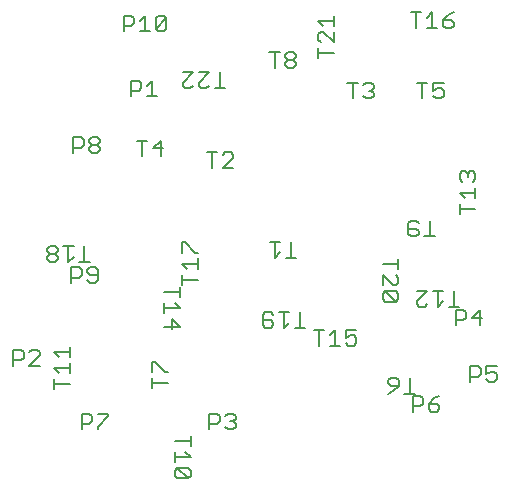
<source format=gto>
G75*
%MOIN*%
%OFA0B0*%
%FSLAX25Y25*%
%IPPOS*%
%LPD*%
%AMOC8*
5,1,8,0,0,1.08239X$1,22.5*
%
%ADD10C,0.00600*%
D10*
X0054107Y0042831D02*
X0054107Y0048063D01*
X0056723Y0048063D01*
X0057595Y0047191D01*
X0057595Y0045447D01*
X0056723Y0044575D01*
X0054107Y0044575D01*
X0059472Y0043703D02*
X0059472Y0042831D01*
X0059472Y0043703D02*
X0062960Y0047191D01*
X0062960Y0048063D01*
X0059472Y0048063D01*
X0050149Y0057918D02*
X0044918Y0057918D01*
X0044918Y0056174D02*
X0044918Y0059662D01*
X0046661Y0061539D02*
X0044918Y0063283D01*
X0050149Y0063283D01*
X0050149Y0061539D02*
X0050149Y0065027D01*
X0050149Y0066904D02*
X0050149Y0070392D01*
X0050149Y0068648D02*
X0044918Y0068648D01*
X0046661Y0066904D01*
X0040125Y0067579D02*
X0040125Y0068451D01*
X0039253Y0069323D01*
X0037510Y0069323D01*
X0036638Y0068451D01*
X0034760Y0068451D02*
X0034760Y0066707D01*
X0033888Y0065835D01*
X0031272Y0065835D01*
X0031272Y0064091D02*
X0031272Y0069323D01*
X0033888Y0069323D01*
X0034760Y0068451D01*
X0036638Y0064091D02*
X0040125Y0067579D01*
X0040125Y0064091D02*
X0036638Y0064091D01*
X0050682Y0091650D02*
X0050682Y0096882D01*
X0053298Y0096882D01*
X0054169Y0096010D01*
X0054169Y0094266D01*
X0053298Y0093394D01*
X0050682Y0093394D01*
X0049713Y0098658D02*
X0049713Y0103889D01*
X0051457Y0103889D02*
X0047969Y0103889D01*
X0046092Y0103017D02*
X0046092Y0102145D01*
X0045220Y0101273D01*
X0043476Y0101273D01*
X0042604Y0102145D01*
X0042604Y0103017D01*
X0043476Y0103889D01*
X0045220Y0103889D01*
X0046092Y0103017D01*
X0045220Y0101273D02*
X0046092Y0100401D01*
X0046092Y0099530D01*
X0045220Y0098658D01*
X0043476Y0098658D01*
X0042604Y0099530D01*
X0042604Y0100401D01*
X0043476Y0101273D01*
X0049713Y0098658D02*
X0051457Y0100401D01*
X0053335Y0098658D02*
X0056822Y0098658D01*
X0055078Y0098658D02*
X0055078Y0103889D01*
X0056919Y0096882D02*
X0056047Y0096010D01*
X0056047Y0095138D01*
X0056919Y0094266D01*
X0059535Y0094266D01*
X0059535Y0092522D02*
X0058663Y0091650D01*
X0056919Y0091650D01*
X0056047Y0092522D01*
X0059535Y0092522D02*
X0059535Y0096010D01*
X0058663Y0096882D01*
X0056919Y0096882D01*
X0081654Y0088661D02*
X0086886Y0088661D01*
X0086886Y0090405D02*
X0086886Y0086917D01*
X0085142Y0085040D02*
X0086886Y0083296D01*
X0081654Y0083296D01*
X0081654Y0085040D02*
X0081654Y0081552D01*
X0084270Y0079674D02*
X0084270Y0076187D01*
X0081654Y0077059D02*
X0086886Y0077059D01*
X0084270Y0079674D01*
X0087634Y0090926D02*
X0087634Y0094413D01*
X0087634Y0092670D02*
X0092865Y0092670D01*
X0092865Y0096291D02*
X0092865Y0099779D01*
X0092865Y0098035D02*
X0087634Y0098035D01*
X0089378Y0096291D01*
X0087634Y0101656D02*
X0087634Y0105144D01*
X0088506Y0105144D01*
X0091993Y0101656D01*
X0092865Y0101656D01*
X0116784Y0105267D02*
X0120272Y0105267D01*
X0118528Y0105267D02*
X0118528Y0100036D01*
X0120272Y0101779D01*
X0122150Y0100036D02*
X0125637Y0100036D01*
X0123893Y0100036D02*
X0123893Y0105267D01*
X0123386Y0081842D02*
X0119898Y0081842D01*
X0121642Y0081842D02*
X0121642Y0076610D01*
X0123386Y0078354D01*
X0125264Y0076610D02*
X0128751Y0076610D01*
X0127007Y0076610D02*
X0127007Y0081842D01*
X0131477Y0075862D02*
X0134965Y0075862D01*
X0133221Y0075862D02*
X0133221Y0070631D01*
X0136842Y0070631D02*
X0140330Y0070631D01*
X0138586Y0070631D02*
X0138586Y0075862D01*
X0136842Y0074118D01*
X0142208Y0073246D02*
X0143951Y0074118D01*
X0144823Y0074118D01*
X0145695Y0073246D01*
X0145695Y0071503D01*
X0144823Y0070631D01*
X0143079Y0070631D01*
X0142208Y0071503D01*
X0142208Y0073246D02*
X0142208Y0075862D01*
X0145695Y0075862D01*
X0155361Y0085411D02*
X0154489Y0086283D01*
X0154489Y0088027D01*
X0155361Y0088899D01*
X0158848Y0085411D01*
X0155361Y0085411D01*
X0158848Y0085411D02*
X0159720Y0086283D01*
X0159720Y0088027D01*
X0158848Y0088899D01*
X0155361Y0088899D01*
X0154489Y0090776D02*
X0154489Y0094264D01*
X0157976Y0090776D01*
X0158848Y0090776D01*
X0159720Y0091648D01*
X0159720Y0093392D01*
X0158848Y0094264D01*
X0159720Y0096142D02*
X0159720Y0099629D01*
X0159720Y0097885D02*
X0154489Y0097885D01*
X0163888Y0107122D02*
X0163017Y0107994D01*
X0163017Y0111482D01*
X0163888Y0112354D01*
X0165632Y0112354D01*
X0166504Y0111482D01*
X0165632Y0109738D02*
X0163017Y0109738D01*
X0165632Y0109738D02*
X0166504Y0108866D01*
X0166504Y0107994D01*
X0165632Y0107122D01*
X0163888Y0107122D01*
X0168382Y0107122D02*
X0171869Y0107122D01*
X0170126Y0107122D02*
X0170126Y0112354D01*
X0180154Y0114548D02*
X0180154Y0118036D01*
X0180154Y0116292D02*
X0185385Y0116292D01*
X0185385Y0119913D02*
X0185385Y0123401D01*
X0185385Y0121657D02*
X0180154Y0121657D01*
X0181898Y0119913D01*
X0181026Y0125278D02*
X0180154Y0126150D01*
X0180154Y0127894D01*
X0181026Y0128766D01*
X0181898Y0128766D01*
X0182769Y0127894D01*
X0183641Y0128766D01*
X0184513Y0128766D01*
X0185385Y0127894D01*
X0185385Y0126150D01*
X0184513Y0125278D01*
X0182769Y0127022D02*
X0182769Y0127894D01*
X0173899Y0153111D02*
X0172155Y0153111D01*
X0171283Y0153983D01*
X0171283Y0155727D02*
X0173027Y0156599D01*
X0173899Y0156599D01*
X0174771Y0155727D01*
X0174771Y0153983D01*
X0173899Y0153111D01*
X0171283Y0155727D02*
X0171283Y0158342D01*
X0174771Y0158342D01*
X0169406Y0158342D02*
X0165918Y0158342D01*
X0167662Y0158342D02*
X0167662Y0153111D01*
X0151542Y0153983D02*
X0150671Y0153111D01*
X0148927Y0153111D01*
X0148055Y0153983D01*
X0149799Y0155727D02*
X0150671Y0155727D01*
X0151542Y0154855D01*
X0151542Y0153983D01*
X0150671Y0155727D02*
X0151542Y0156599D01*
X0151542Y0157470D01*
X0150671Y0158342D01*
X0148927Y0158342D01*
X0148055Y0157470D01*
X0146177Y0158342D02*
X0142690Y0158342D01*
X0144434Y0158342D02*
X0144434Y0153111D01*
X0132910Y0166517D02*
X0132910Y0170004D01*
X0132910Y0168260D02*
X0138141Y0168260D01*
X0138141Y0171882D02*
X0134653Y0175369D01*
X0133782Y0175369D01*
X0132910Y0174497D01*
X0132910Y0172754D01*
X0133782Y0171882D01*
X0138141Y0171882D02*
X0138141Y0175369D01*
X0138141Y0177247D02*
X0138141Y0180734D01*
X0138141Y0178991D02*
X0132910Y0178991D01*
X0134653Y0177247D01*
X0125562Y0167707D02*
X0125562Y0166835D01*
X0124690Y0165963D01*
X0122947Y0165963D01*
X0122075Y0166835D01*
X0122075Y0167707D01*
X0122947Y0168578D01*
X0124690Y0168578D01*
X0125562Y0167707D01*
X0124690Y0165963D02*
X0125562Y0165091D01*
X0125562Y0164219D01*
X0124690Y0163347D01*
X0122947Y0163347D01*
X0122075Y0164219D01*
X0122075Y0165091D01*
X0122947Y0165963D01*
X0120197Y0168578D02*
X0116709Y0168578D01*
X0118453Y0168578D02*
X0118453Y0163347D01*
X0101991Y0156532D02*
X0098504Y0156532D01*
X0100248Y0156532D02*
X0100248Y0161763D01*
X0096626Y0161763D02*
X0093139Y0158276D01*
X0093139Y0157404D01*
X0094011Y0156532D01*
X0095754Y0156532D01*
X0096626Y0157404D01*
X0096626Y0161763D02*
X0093139Y0161763D01*
X0091261Y0161763D02*
X0087773Y0158276D01*
X0087773Y0157404D01*
X0088645Y0156532D01*
X0090389Y0156532D01*
X0091261Y0157404D01*
X0091261Y0161763D02*
X0087773Y0161763D01*
X0079389Y0153855D02*
X0075901Y0153855D01*
X0077645Y0153855D02*
X0077645Y0159086D01*
X0075901Y0157343D01*
X0074024Y0158214D02*
X0074024Y0156471D01*
X0073152Y0155599D01*
X0070536Y0155599D01*
X0070536Y0153855D02*
X0070536Y0159086D01*
X0073152Y0159086D01*
X0074024Y0158214D01*
X0073457Y0175509D02*
X0076944Y0175509D01*
X0075200Y0175509D02*
X0075200Y0180740D01*
X0073457Y0178996D01*
X0071579Y0178124D02*
X0070707Y0177252D01*
X0068091Y0177252D01*
X0068091Y0175509D02*
X0068091Y0180740D01*
X0070707Y0180740D01*
X0071579Y0179868D01*
X0071579Y0178124D01*
X0078822Y0176381D02*
X0079694Y0175509D01*
X0081437Y0175509D01*
X0082309Y0176381D01*
X0082309Y0179868D01*
X0078822Y0176381D01*
X0078822Y0179868D01*
X0079694Y0180740D01*
X0081437Y0180740D01*
X0082309Y0179868D01*
X0059336Y0140189D02*
X0060208Y0139317D01*
X0060208Y0138445D01*
X0059336Y0137573D01*
X0057592Y0137573D01*
X0056720Y0138445D01*
X0056720Y0139317D01*
X0057592Y0140189D01*
X0059336Y0140189D01*
X0059336Y0137573D02*
X0060208Y0136701D01*
X0060208Y0135829D01*
X0059336Y0134957D01*
X0057592Y0134957D01*
X0056720Y0135829D01*
X0056720Y0136701D01*
X0057592Y0137573D01*
X0054843Y0137573D02*
X0053971Y0136701D01*
X0051355Y0136701D01*
X0051355Y0134957D02*
X0051355Y0140189D01*
X0053971Y0140189D01*
X0054843Y0139317D01*
X0054843Y0137573D01*
X0072493Y0139051D02*
X0075980Y0139051D01*
X0074237Y0139051D02*
X0074237Y0133820D01*
X0077858Y0136435D02*
X0081346Y0136435D01*
X0080474Y0133820D02*
X0080474Y0139051D01*
X0077858Y0136435D01*
X0095839Y0135114D02*
X0099327Y0135114D01*
X0097583Y0135114D02*
X0097583Y0129883D01*
X0101205Y0129883D02*
X0104692Y0133370D01*
X0104692Y0134242D01*
X0103820Y0135114D01*
X0102076Y0135114D01*
X0101205Y0134242D01*
X0101205Y0129883D02*
X0104692Y0129883D01*
X0115405Y0081842D02*
X0114533Y0080970D01*
X0114533Y0077482D01*
X0115405Y0076610D01*
X0117149Y0076610D01*
X0118021Y0077482D01*
X0118021Y0078354D01*
X0117149Y0079226D01*
X0114533Y0079226D01*
X0115405Y0081842D02*
X0117149Y0081842D01*
X0118021Y0080970D01*
X0104608Y0048063D02*
X0102864Y0048063D01*
X0101992Y0047191D01*
X0100114Y0047191D02*
X0100114Y0045447D01*
X0099242Y0044575D01*
X0096627Y0044575D01*
X0096627Y0042831D02*
X0096627Y0048063D01*
X0099242Y0048063D01*
X0100114Y0047191D01*
X0103736Y0045447D02*
X0104608Y0045447D01*
X0105479Y0044575D01*
X0105479Y0043703D01*
X0104608Y0042831D01*
X0102864Y0042831D01*
X0101992Y0043703D01*
X0104608Y0045447D02*
X0105479Y0046319D01*
X0105479Y0047191D01*
X0104608Y0048063D01*
X0090429Y0040680D02*
X0090429Y0037193D01*
X0090429Y0038937D02*
X0085198Y0038937D01*
X0085198Y0035315D02*
X0085198Y0031828D01*
X0085198Y0033571D02*
X0090429Y0033571D01*
X0088685Y0035315D01*
X0089557Y0029950D02*
X0086070Y0029950D01*
X0089557Y0026462D01*
X0086070Y0026462D01*
X0085198Y0027334D01*
X0085198Y0029078D01*
X0086070Y0029950D01*
X0089557Y0029950D02*
X0090429Y0029078D01*
X0090429Y0027334D01*
X0089557Y0026462D01*
X0077595Y0056469D02*
X0077595Y0059957D01*
X0077595Y0058213D02*
X0082826Y0058213D01*
X0082826Y0061834D02*
X0081954Y0061834D01*
X0078467Y0065322D01*
X0077595Y0065322D01*
X0077595Y0061834D01*
X0156320Y0059119D02*
X0156320Y0058248D01*
X0157192Y0057376D01*
X0159807Y0057376D01*
X0159807Y0059119D01*
X0158935Y0059991D01*
X0157192Y0059991D01*
X0156320Y0059119D01*
X0158063Y0055632D02*
X0156320Y0054760D01*
X0158063Y0055632D02*
X0159807Y0057376D01*
X0161685Y0054760D02*
X0165172Y0054760D01*
X0164465Y0053968D02*
X0167081Y0053968D01*
X0167953Y0053096D01*
X0167953Y0051353D01*
X0167081Y0050481D01*
X0164465Y0050481D01*
X0164465Y0048737D02*
X0164465Y0053968D01*
X0163429Y0054760D02*
X0163429Y0059991D01*
X0171574Y0053096D02*
X0169831Y0051353D01*
X0172446Y0051353D01*
X0173318Y0050481D01*
X0173318Y0049609D01*
X0172446Y0048737D01*
X0170702Y0048737D01*
X0169831Y0049609D01*
X0169831Y0051353D01*
X0171574Y0053096D02*
X0173318Y0053968D01*
X0183635Y0058580D02*
X0183635Y0063811D01*
X0186250Y0063811D01*
X0187122Y0062939D01*
X0187122Y0061195D01*
X0186250Y0060323D01*
X0183635Y0060323D01*
X0189000Y0059451D02*
X0189872Y0058580D01*
X0191615Y0058580D01*
X0192487Y0059451D01*
X0192487Y0061195D01*
X0191615Y0062067D01*
X0190744Y0062067D01*
X0189000Y0061195D01*
X0189000Y0063811D01*
X0192487Y0063811D01*
X0186773Y0077477D02*
X0186773Y0082708D01*
X0184157Y0080093D01*
X0187645Y0080093D01*
X0182280Y0080093D02*
X0181408Y0079221D01*
X0178792Y0079221D01*
X0178792Y0077477D02*
X0178792Y0082708D01*
X0181408Y0082708D01*
X0182280Y0081837D01*
X0182280Y0080093D01*
X0180050Y0083697D02*
X0176563Y0083697D01*
X0178307Y0083697D02*
X0178307Y0088928D01*
X0174685Y0088928D02*
X0171198Y0088928D01*
X0172941Y0088928D02*
X0172941Y0083697D01*
X0174685Y0085441D01*
X0169320Y0084569D02*
X0168448Y0083697D01*
X0166704Y0083697D01*
X0165832Y0084569D01*
X0165832Y0085441D01*
X0169320Y0088928D01*
X0165832Y0088928D01*
X0165626Y0176536D02*
X0165626Y0181767D01*
X0163883Y0181767D02*
X0167370Y0181767D01*
X0169248Y0180024D02*
X0170992Y0181767D01*
X0170992Y0176536D01*
X0172735Y0176536D02*
X0169248Y0176536D01*
X0174613Y0177408D02*
X0175485Y0176536D01*
X0177229Y0176536D01*
X0178101Y0177408D01*
X0178101Y0178280D01*
X0177229Y0179152D01*
X0174613Y0179152D01*
X0174613Y0177408D01*
X0174613Y0179152D02*
X0176357Y0180896D01*
X0178101Y0181767D01*
M02*

</source>
